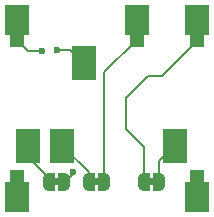
<source format=gbr>
%TF.GenerationSoftware,KiCad,Pcbnew,9.0.1+dfsg-1*%
%TF.CreationDate,2025-05-01T10:56:30+02:00*%
%TF.ProjectId,audio-jack,61756469-6f2d-46a6-9163-6b2e6b696361,rev?*%
%TF.SameCoordinates,Original*%
%TF.FileFunction,Copper,L1,Top*%
%TF.FilePolarity,Positive*%
%FSLAX46Y46*%
G04 Gerber Fmt 4.6, Leading zero omitted, Abs format (unit mm)*
G04 Created by KiCad (PCBNEW 9.0.1+dfsg-1) date 2025-05-01 10:56:30*
%MOMM*%
%LPD*%
G01*
G04 APERTURE LIST*
G04 Aperture macros list*
%AMRoundRect*
0 Rectangle with rounded corners*
0 $1 Rounding radius*
0 $2 $3 $4 $5 $6 $7 $8 $9 X,Y pos of 4 corners*
0 Add a 4 corners polygon primitive as box body*
4,1,4,$2,$3,$4,$5,$6,$7,$8,$9,$2,$3,0*
0 Add four circle primitives for the rounded corners*
1,1,$1+$1,$2,$3*
1,1,$1+$1,$4,$5*
1,1,$1+$1,$6,$7*
1,1,$1+$1,$8,$9*
0 Add four rect primitives between the rounded corners*
20,1,$1+$1,$2,$3,$4,$5,0*
20,1,$1+$1,$4,$5,$6,$7,0*
20,1,$1+$1,$6,$7,$8,$9,0*
20,1,$1+$1,$8,$9,$2,$3,0*%
%AMFreePoly0*
4,1,23,0.500000,-0.750000,0.000000,-0.750000,0.000000,-0.745722,-0.065263,-0.745722,-0.191342,-0.711940,-0.304381,-0.646677,-0.396677,-0.554381,-0.461940,-0.441342,-0.495722,-0.315263,-0.495722,-0.250000,-0.500000,-0.250000,-0.500000,0.250000,-0.495722,0.250000,-0.495722,0.315263,-0.461940,0.441342,-0.396677,0.554381,-0.304381,0.646677,-0.191342,0.711940,-0.065263,0.745722,0.000000,0.745722,
0.000000,0.750000,0.500000,0.750000,0.500000,-0.750000,0.500000,-0.750000,$1*%
%AMFreePoly1*
4,1,23,0.000000,0.745722,0.065263,0.745722,0.191342,0.711940,0.304381,0.646677,0.396677,0.554381,0.461940,0.441342,0.495722,0.315263,0.495722,0.250000,0.500000,0.250000,0.500000,-0.250000,0.495722,-0.250000,0.495722,-0.315263,0.461940,-0.441342,0.396677,-0.554381,0.304381,-0.646677,0.191342,-0.711940,0.065263,-0.745722,0.000000,-0.745722,0.000000,-0.750000,-0.500000,-0.750000,
-0.500000,0.750000,0.000000,0.750000,0.000000,0.745722,0.000000,0.745722,$1*%
G04 Aperture macros list end*
%TA.AperFunction,EtchedComponent*%
%ADD10C,0.000000*%
%TD*%
%TA.AperFunction,SMDPad,CuDef*%
%ADD11FreePoly0,0.000000*%
%TD*%
%TA.AperFunction,SMDPad,CuDef*%
%ADD12FreePoly1,0.000000*%
%TD*%
%TA.AperFunction,SMDPad,CuDef*%
%ADD13R,2.000000X3.000000*%
%TD*%
%TA.AperFunction,CastellatedPad*%
%ADD14R,2.000000X2.540000*%
%TD*%
%TA.AperFunction,ComponentPad*%
%ADD15RoundRect,0.250000X-0.375000X0.375000X-0.375000X-0.375000X0.375000X-0.375000X0.375000X0.375000X0*%
%TD*%
%TA.AperFunction,ViaPad*%
%ADD16C,0.600000*%
%TD*%
%TA.AperFunction,Conductor*%
%ADD17C,0.200000*%
%TD*%
G04 APERTURE END LIST*
D10*
%TA.AperFunction,EtchedComponent*%
%TO.C,JP3*%
G36*
X43260000Y-43340000D02*
G01*
X42760000Y-43340000D01*
X42760000Y-42740000D01*
X43260000Y-42740000D01*
X43260000Y-43340000D01*
G37*
%TD.AperFunction*%
%TA.AperFunction,EtchedComponent*%
%TO.C,JP2*%
G36*
X51290000Y-43310000D02*
G01*
X50790000Y-43310000D01*
X50790000Y-42710000D01*
X51290000Y-42710000D01*
X51290000Y-43310000D01*
G37*
%TD.AperFunction*%
%TA.AperFunction,EtchedComponent*%
%TO.C,JP1*%
G36*
X46640000Y-43320000D02*
G01*
X46140000Y-43320000D01*
X46140000Y-42720000D01*
X46640000Y-42720000D01*
X46640000Y-43320000D01*
G37*
%TD.AperFunction*%
%TD*%
D11*
%TO.P,JP3,1,A*%
%TO.N,Net-(JP3-A)*%
X42360000Y-43040000D03*
D12*
%TO.P,JP3,2,B*%
%TO.N,GND*%
X43660000Y-43040000D03*
%TD*%
D13*
%TO.P,J1,1*%
%TO.N,Net-(JP3-A)*%
X40600000Y-40000000D03*
%TO.P,J1,2*%
%TO.N,Net-(JP2-B)*%
X53000000Y-40000000D03*
%TO.P,J1,3*%
%TO.N,Net-(JP4-B)*%
X45300000Y-33000000D03*
%TO.P,J1,4*%
%TO.N,Net-(JP1-A)*%
X43500000Y-40000000D03*
%TD*%
D14*
%TO.P,M1,1,VCC*%
%TO.N,unconnected-(M1-VCC-Pad1)*%
X39650000Y-44300000D03*
D15*
X39650000Y-42600000D03*
D14*
%TO.P,M1,7,GND*%
%TO.N,GND*%
X54890000Y-44300000D03*
D15*
X54890000Y-42600000D03*
%TO.P,M1,8*%
%TO.N,LEFT*%
X39650000Y-31000000D03*
D14*
X39650000Y-29300000D03*
D15*
%TO.P,M1,12*%
%TO.N,MIC*%
X49810000Y-31000000D03*
D14*
X49810000Y-29300000D03*
D15*
%TO.P,M1,14*%
%TO.N,RIGHT*%
X54890000Y-31000000D03*
D14*
X54890000Y-29300000D03*
%TD*%
D11*
%TO.P,JP2,1,A*%
%TO.N,RIGHT*%
X50390000Y-43010000D03*
D12*
%TO.P,JP2,2,B*%
%TO.N,Net-(JP2-B)*%
X51690000Y-43010000D03*
%TD*%
D11*
%TO.P,JP1,1,A*%
%TO.N,Net-(JP1-A)*%
X45740000Y-43020000D03*
D12*
%TO.P,JP1,2,B*%
%TO.N,MIC*%
X47040000Y-43020000D03*
%TD*%
D16*
%TO.N,Net-(JP4-B)*%
X43040000Y-31850000D03*
%TO.N,GND*%
X44370000Y-42160000D03*
%TO.N,LEFT*%
X41790000Y-31920000D03*
%TD*%
D17*
%TO.N,Net-(JP2-B)*%
X51690000Y-43010000D02*
X51690000Y-41310000D01*
X51690000Y-41310000D02*
X53000000Y-40000000D01*
%TO.N,Net-(JP3-A)*%
X42360000Y-43040000D02*
X42360000Y-42720000D01*
X40600000Y-40960000D02*
X40600000Y-40000000D01*
X42360000Y-42720000D02*
X40600000Y-40960000D01*
%TO.N,Net-(JP1-A)*%
X43500000Y-40000000D02*
X45740000Y-42240000D01*
X45740000Y-42240000D02*
X45740000Y-43020000D01*
%TO.N,Net-(JP4-B)*%
X44150000Y-31850000D02*
X43040000Y-31850000D01*
X45300000Y-33000000D02*
X44150000Y-31850000D01*
%TO.N,RIGHT*%
X48880000Y-35900000D02*
X48880000Y-38530000D01*
X54890000Y-31000000D02*
X54890000Y-31120000D01*
X51950000Y-34060000D02*
X50720000Y-34060000D01*
X54890000Y-31120000D02*
X51950000Y-34060000D01*
X50430000Y-40080000D02*
X50430000Y-42970000D01*
X50720000Y-34060000D02*
X48880000Y-35900000D01*
X50430000Y-42970000D02*
X50390000Y-43010000D01*
X48880000Y-38530000D02*
X50430000Y-40080000D01*
%TO.N,MIC*%
X47040000Y-43020000D02*
X47040000Y-33770000D01*
X47040000Y-33770000D02*
X49810000Y-31000000D01*
%TO.N,GND*%
X43660000Y-43040000D02*
X44370000Y-42330000D01*
X44370000Y-42330000D02*
X44370000Y-42160000D01*
%TO.N,LEFT*%
X41790000Y-31920000D02*
X40580000Y-31920000D01*
X40580000Y-31920000D02*
X39660000Y-31000000D01*
X39660000Y-31000000D02*
X39650000Y-31000000D01*
%TD*%
M02*

</source>
